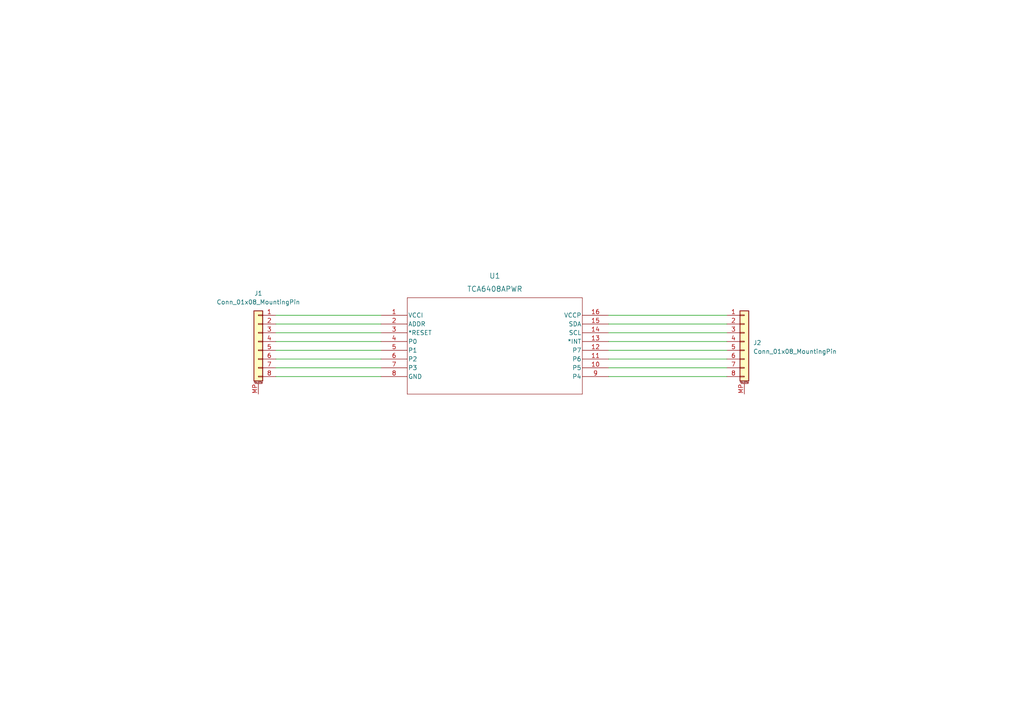
<source format=kicad_sch>
(kicad_sch (version 20211123) (generator eeschema)
  (paper "A4")
  (lib_symbols
    (symbol "2023-02-16_01-39-57:TCA6408APWR" (pin_names (offset 0.254))
      (property "Reference" "U" (at 33.02 10.16 0))
      (property "Value" "TCA6408APWR" (at 33.02 7.62 0))
      (symbol "TCA6408APWR_0_1"
        (polyline (pts (xy 7.62 -22.86) (xy 58.42 -22.86)) (stroke (width 0.127)))
        (polyline (pts (xy 7.62 5.08) (xy 7.62 -22.86)) (stroke (width 0.127)))
        (polyline (pts (xy 58.42 -22.86) (xy 58.42 5.08)) (stroke (width 0.127)))
        (polyline (pts (xy 58.42 5.08) (xy 7.62 5.08)) (stroke (width 0.127)))
        (pin power_in line (at 0 0 0) (length 7.62) (name "VCCI") (number "1"))
        (pin output line (at 66.04 -15.24 180) (length 7.62) (name "P5") (number "10"))
        (pin output line (at 66.04 -12.7 180) (length 7.62) (name "P6") (number "11"))
        (pin output line (at 66.04 -10.16 180) (length 7.62) (name "P7") (number "12"))
        (pin output line (at 66.04 -7.62 180) (length 7.62) (name "*INT") (number "13"))
        (pin bidirectional line (at 66.04 -5.08 180) (length 7.62) (name "SCL") (number "14"))
        (pin bidirectional line (at 66.04 -2.54 180) (length 7.62) (name "SDA") (number "15"))
        (pin power_in line (at 66.04 0 180) (length 7.62) (name "VCCP") (number "16"))
        (pin unspecified line (at 0 -2.54 0) (length 7.62) (name "ADDR") (number "2"))
        (pin input line (at 0 -5.08 0) (length 7.62) (name "*RESET") (number "3"))
        (pin output line (at 0 -7.62 0) (length 7.62) (name "P0") (number "4"))
        (pin output line (at 0 -10.16 0) (length 7.62) (name "P1") (number "5"))
        (pin output line (at 0 -12.7 0) (length 7.62) (name "P2") (number "6"))
        (pin output line (at 0 -15.24 0) (length 7.62) (name "P3") (number "7"))
        (pin power_in line (at 0 -17.78 0) (length 7.62) (name "GND") (number "8"))
        (pin output line (at 66.04 -17.78 180) (length 7.62) (name "P4") (number "9"))
      )
    )
    (symbol "Connector_Generic_MountingPin:Conn_01x08_MountingPin" (pin_names (offset 1.016) hide)
      (property "Reference" "J" (at 0 10.16 0))
      (property "Value" "Conn_01x08_MountingPin" (at 1.27 -12.7 0))
      (symbol "Conn_01x08_MountingPin_1_1"
        (rectangle (start -1.27 -10.033) (end 0 -10.287) (stroke (width 0.1524)))
        (rectangle (start -1.27 -7.493) (end 0 -7.747) (stroke (width 0.1524)))
        (rectangle (start -1.27 -4.953) (end 0 -5.207) (stroke (width 0.1524)))
        (rectangle (start -1.27 -2.413) (end 0 -2.667) (stroke (width 0.1524)))
        (rectangle (start -1.27 0.127) (end 0 -0.127) (stroke (width 0.1524)))
        (rectangle (start -1.27 2.667) (end 0 2.413) (stroke (width 0.1524)))
        (rectangle (start -1.27 5.207) (end 0 4.953) (stroke (width 0.1524)))
        (rectangle (start -1.27 7.747) (end 0 7.493) (stroke (width 0.1524)))
        (rectangle (start -1.27 8.89) (end 1.27 -11.43) (stroke (width 0.254)) (fill (type background)))
        (polyline (pts (xy -1.016 -12.192) (xy 1.016 -12.192)) (stroke (width 0.1524)))
        (text "Mounting" (at 0 -11.811 0) (effects (font (size 0.381 0.381))))
        (pin passive line (at -5.08 7.62 0) (length 3.81) (name "Pin_1") (number "1"))
        (pin passive line (at -5.08 5.08 0) (length 3.81) (name "Pin_2") (number "2"))
        (pin passive line (at -5.08 2.54 0) (length 3.81) (name "Pin_3") (number "3"))
        (pin passive line (at -5.08 0 0) (length 3.81) (name "Pin_4") (number "4"))
        (pin passive line (at -5.08 -2.54 0) (length 3.81) (name "Pin_5") (number "5"))
        (pin passive line (at -5.08 -5.08 0) (length 3.81) (name "Pin_6") (number "6"))
        (pin passive line (at -5.08 -7.62 0) (length 3.81) (name "Pin_7") (number "7"))
        (pin passive line (at -5.08 -10.16 0) (length 3.81) (name "Pin_8") (number "8"))
        (pin passive line (at 0 -15.24 90) (length 3.048) (name "MountPin") (number "MP"))
      )
    )
  )
  (wire (pts (xy 80.01 99.06) (xy 110.49 99.06)))
  (wire (pts (xy 176.53 106.68) (xy 210.82 106.68)))
  (wire (pts (xy 80.01 109.22) (xy 110.49 109.22)))
  (wire (pts (xy 176.53 93.98) (xy 210.82 93.98)))
  (wire (pts (xy 80.01 101.6) (xy 110.49 101.6)))
  (wire (pts (xy 176.53 101.6) (xy 210.82 101.6)))
  (wire (pts (xy 176.53 91.44) (xy 210.82 91.44)))
  (wire (pts (xy 80.01 104.14) (xy 110.49 104.14)))
  (wire (pts (xy 80.01 91.44) (xy 110.49 91.44)))
  (wire (pts (xy 176.53 99.06) (xy 210.82 99.06)))
  (wire (pts (xy 80.01 93.98) (xy 110.49 93.98)))
  (wire (pts (xy 176.53 104.14) (xy 210.82 104.14)))
  (wire (pts (xy 176.53 96.52) (xy 210.82 96.52)))
  (wire (pts (xy 80.01 96.52) (xy 110.49 96.52)))
  (wire (pts (xy 176.53 109.22) (xy 210.82 109.22)))
  (wire (pts (xy 80.01 106.68) (xy 110.49 106.68)))
  (symbol (lib_id "2023-02-16_01-39-57:TCA6408APWR") (at 110.49 91.44 0) (unit 1)
    (property "Reference" "U1" (at 143.51 80.01 0) (effects (font (size 1.524 1.524))))
    (property "Value" "TCA6408APWR" (at 143.51 83.82 0) (effects (font (size 1.524 1.524))))
    (property "Footprint" "PW16" (effects hide))
    (property "Datasheet" "TCA6408APWR" (effects hide))
  )
  (symbol (lib_id "Connector_Generic_MountingPin:Conn_01x08_MountingPin") (at 215.9 99.06 0) (unit 1)
    (property "Reference" "J2" (at 218.44 99.4155 0) (effects (justify left)))
    (property "Value" "Conn_01x08_MountingPin" (at 218.44 101.9555 0) (effects (justify left)))
    (property "Footprint" "Connector_PinHeader_2.54mm:PinHeader_1x08_P2.54mm_Vertical" (effects hide))
  )
  (symbol (lib_id "Connector_Generic_MountingPin:Conn_01x08_MountingPin") (at 74.93 99.06 0) (mirror y) (unit 1)
    (property "Reference" "J1" (at 74.93 85.09 0))
    (property "Value" "Conn_01x08_MountingPin" (at 74.93 87.63 0))
    (property "Footprint" "Connector_PinHeader_2.54mm:PinHeader_1x08_P2.54mm_Vertical" (effects hide))
  )
)
</source>
